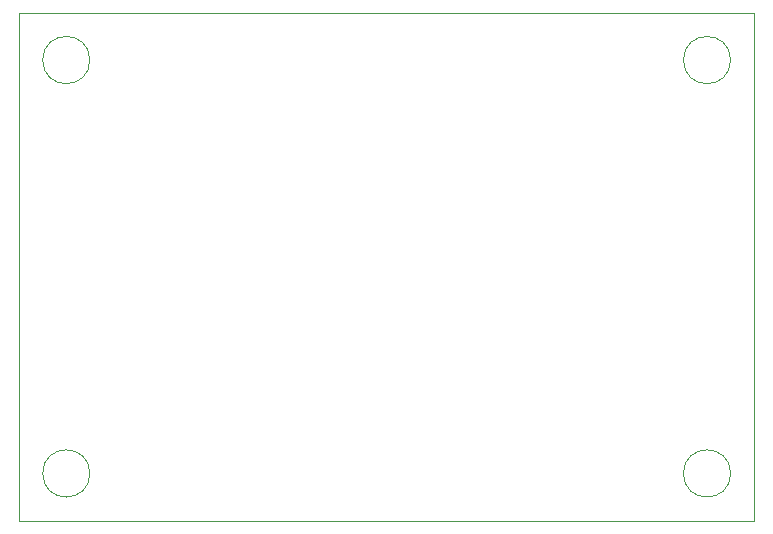
<source format=gbr>
%TF.GenerationSoftware,KiCad,Pcbnew,8.0.7*%
%TF.CreationDate,2025-03-30T18:54:05-04:00*%
%TF.ProjectId,WG P802 Adjustment Board,57472050-3830-4322-9041-646a7573746d,rev?*%
%TF.SameCoordinates,Original*%
%TF.FileFunction,Profile,NP*%
%FSLAX46Y46*%
G04 Gerber Fmt 4.6, Leading zero omitted, Abs format (unit mm)*
G04 Created by KiCad (PCBNEW 8.0.7) date 2025-03-30 18:54:05*
%MOMM*%
%LPD*%
G01*
G04 APERTURE LIST*
%TA.AperFunction,Profile*%
%ADD10C,0.100000*%
%TD*%
G04 APERTURE END LIST*
D10*
X25000000Y-25000000D02*
X87250000Y-25000000D01*
X87250000Y-68000000D01*
X25000000Y-68000000D01*
X25000000Y-25000000D01*
X31000000Y-29000000D02*
G75*
G02*
X27000000Y-29000000I-2000000J0D01*
G01*
X27000000Y-29000000D02*
G75*
G02*
X31000000Y-29000000I2000000J0D01*
G01*
X31000000Y-64000000D02*
G75*
G02*
X27000000Y-64000000I-2000000J0D01*
G01*
X27000000Y-64000000D02*
G75*
G02*
X31000000Y-64000000I2000000J0D01*
G01*
X85250000Y-64000000D02*
G75*
G02*
X81250000Y-64000000I-2000000J0D01*
G01*
X81250000Y-64000000D02*
G75*
G02*
X85250000Y-64000000I2000000J0D01*
G01*
X85250000Y-29000000D02*
G75*
G02*
X81250000Y-29000000I-2000000J0D01*
G01*
X81250000Y-29000000D02*
G75*
G02*
X85250000Y-29000000I2000000J0D01*
G01*
M02*

</source>
